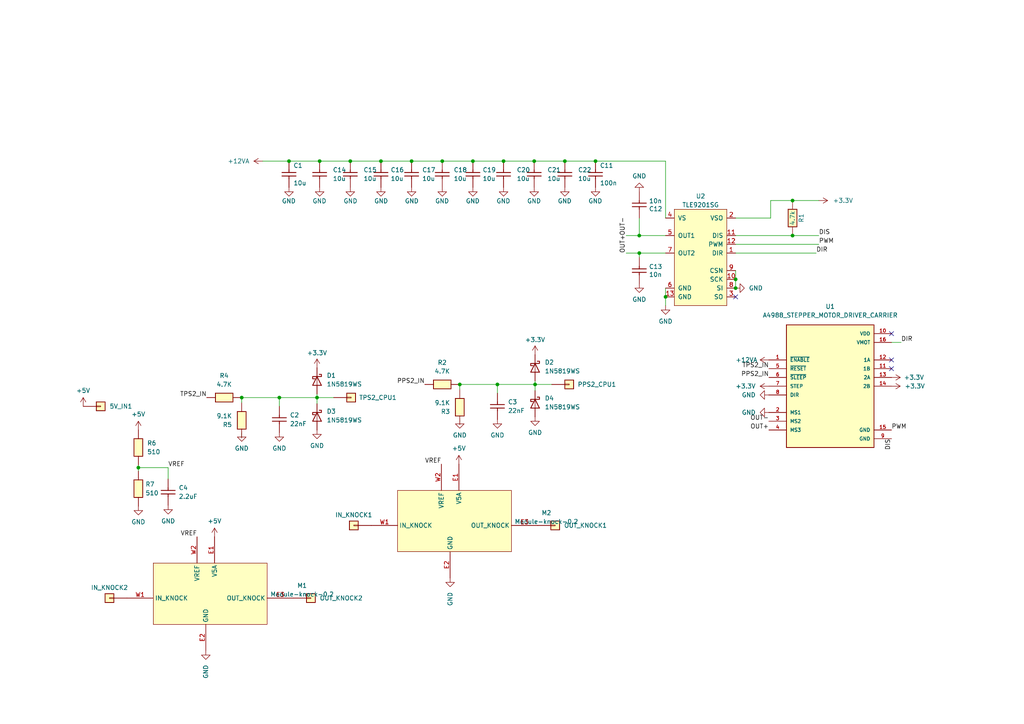
<source format=kicad_sch>
(kicad_sch (version 20230121) (generator eeschema)
  (paper "A4")
  (lib_symbols
    (symbol "Diode:1N5819WS" (pin_numbers hide) (pin_names (offset 1.016) hide)
      (property "Reference" "D" (at 0 2.54 0))
      (property "Value" "1N5819WS" (at 0 -2.54 0))
      (symbol "1N5819WS_0_1"
        (polyline (pts (xy 1.27 0) (xy -1.27 0)))
        (polyline (pts (xy 1.27 1.27) (xy 1.27 -1.27) (xy -1.27 0) (xy 1.27 1.27)) (stroke (width 0.254)))
        (polyline (pts (xy -1.905 0.635) (xy -1.905 1.27) (xy -1.27 1.27) (xy -1.27 -1.27) (xy -0.635 -1.27) (xy -0.635 -0.635)) (stroke (width 0.254)))
      )
      (symbol "1N5819WS_1_1"
        (pin passive line (at -3.81 0 0) (length 2.54) (name "K") (number "1"))
        (pin passive line (at 3.81 0 180) (length 2.54) (name "A") (number "2"))
      )
    )
    (symbol "chips:TLE9201SG" (pin_names (offset 1.016))
      (property "Reference" "U" (at -1.27 3.81 0))
      (property "Value" "TLE9201SG" (at 2.54 1.27 0))
      (symbol "TLE9201SG_0_1"
        (rectangle (start -2.54 0) (end 12.7 -27.94) (fill (type background)))
      )
      (symbol "TLE9201SG_1_1"
        (pin passive line (at -5.08 -12.7 0) (length 2.54) (name "DIR") (number "1"))
        (pin passive line (at -5.08 -20.32 0) (length 2.54) (name "SCK") (number "10"))
        (pin passive line (at -5.08 -7.62 0) (length 2.54) (name "DIS") (number "11"))
        (pin passive line (at -5.08 -10.16 0) (length 2.54) (name "PWM") (number "12"))
        (pin passive line (at 15.24 -25.4 180) (length 2.54) (name "GND") (number "13"))
        (pin passive line (at -5.08 -2.54 0) (length 2.54) (name "VSO") (number "2"))
        (pin passive line (at -5.08 -25.4 0) (length 2.54) (name "SO") (number "3"))
        (pin passive line (at 15.24 -2.54 180) (length 2.54) (name "VS") (number "4"))
        (pin passive line (at 15.24 -7.62 180) (length 2.54) (name "OUT1") (number "5"))
        (pin passive line (at 15.24 -22.86 180) (length 2.54) (name "GND") (number "6"))
        (pin passive line (at 15.24 -12.7 180) (length 2.54) (name "OUT2") (number "7"))
        (pin passive line (at -5.08 -22.86 0) (length 2.54) (name "SI") (number "8"))
        (pin passive line (at -5.08 -17.78 0) (length 2.54) (name "CSN") (number "9"))
      )
    )
    (symbol "hellen-one-common:Cap" (pin_numbers hide)
      (property "Reference" "C" (at -3.81 2.54 0))
      (property "Value" "Cap" (at -2.54 -1.27 0))
      (symbol "Cap_1_0"
        (polyline (pts (xy -1.27 0) (xy -0.508 0)) (stroke (width 0.254)))
        (polyline (pts (xy -0.508 -2.032) (xy -0.508 2.032)) (stroke (width 0.254)))
        (polyline (pts (xy 0.508 2.032) (xy 0.508 -2.032)) (stroke (width 0.254)))
        (polyline (pts (xy 1.27 0) (xy 0.508 0)) (stroke (width 0.254)))
        (pin passive line (at -3.81 0 0) (length 2.54) (name "") (number "1"))
        (pin passive line (at 3.81 0 180) (length 2.54) (name "") (number "2"))
      )
    )
    (symbol "hellen-one-common:Pad" (pin_numbers hide) (pin_names (offset 1.016) hide)
      (property "Reference" "P" (at 2.54 0 0))
      (symbol "Pad_1_1"
        (rectangle (start -1.27 0.127) (end 0 -0.127) (stroke (width 0.1524)))
        (rectangle (start -1.27 1.27) (end 1.27 -1.27) (stroke (width 0.254)) (fill (type background)))
        (pin passive line (at -5.08 0 0) (length 3.81) (name "Pin_1") (number "1"))
      )
    )
    (symbol "hellen-one-common:Res" (pin_numbers hide)
      (property "Reference" "R" (at 3.81 2.54 0))
      (property "Value" "Res" (at 5.08 -2.54 0))
      (symbol "Res_1_0"
        (rectangle (start 2.54 -1.27) (end 7.62 1.27) (stroke (width 0.254)) (fill (type background)))
        (pin passive line (at 0 0 0) (length 2.54) (name "") (number "1"))
        (pin passive line (at 10.16 0 180) (length 2.54) (name "") (number "2"))
      )
    )
    (symbol "knock:Module-knock-0.2"
      (property "Reference" "M" (at 0 0 0))
      (property "Value" "Module-knock-0.2" (at 0 0 0))
      (symbol "Module-knock-0.2_1_0"
        (rectangle (start 33.02 0) (end 0 -17.78) (fill (type background)))
        (pin passive line (at 17.78 7.62 270) (length 7.62) (name "V5A") (number "E1"))
        (pin passive line (at 15.24 -25.4 90) (length 7.62) (name "GND") (number "E2"))
        (pin passive line (at 40.64 -10.16 180) (length 7.62) (name "OUT_KNOCK") (number "E3"))
        (pin passive line (at -7.62 -10.16 0) (length 7.62) (name "IN_KNOCK") (number "W1"))
        (pin passive line (at 12.7 7.62 270) (length 7.62) (name "VREF") (number "W2"))
      )
    )
    (symbol "power:+12VA" (power) (pin_names (offset 0))
      (property "Value" "+12VA" (at 0 3.556 0))
      (symbol "+12VA_0_1"
        (polyline (pts (xy -0.762 1.27) (xy 0 2.54)))
        (polyline (pts (xy 0 0) (xy 0 2.54)))
        (polyline (pts (xy 0 2.54) (xy 0.762 1.27)))
      )
      (symbol "+12VA_1_1"
        (pin power_in line (at 0 0 90) (length 0) hide (name "+12VA") (number "1"))
      )
    )
    (symbol "power:+3.3V" (power) (pin_names (offset 0))
      (property "Value" "+3.3V" (at 0 3.556 0))
      (symbol "+3.3V_0_1"
        (polyline (pts (xy -0.762 1.27) (xy 0 2.54)))
        (polyline (pts (xy 0 0) (xy 0 2.54)))
        (polyline (pts (xy 0 2.54) (xy 0.762 1.27)))
      )
      (symbol "+3.3V_1_1"
        (pin power_in line (at 0 0 90) (length 0) hide (name "+3.3V") (number "1"))
      )
    )
    (symbol "power:+5V" (power) (pin_names (offset 0))
      (property "Value" "+5V" (at 0 3.556 0))
      (symbol "+5V_0_1"
        (polyline (pts (xy -0.762 1.27) (xy 0 2.54)))
        (polyline (pts (xy 0 0) (xy 0 2.54)))
        (polyline (pts (xy 0 2.54) (xy 0.762 1.27)))
      )
      (symbol "+5V_1_1"
        (pin power_in line (at 0 0 90) (length 0) hide (name "+5V") (number "1"))
      )
    )
    (symbol "power:GND" (power) (pin_names (offset 0))
      (property "Value" "GND" (at 0 -3.81 0))
      (symbol "GND_0_1"
        (polyline (pts (xy 0 0) (xy 0 -1.27) (xy 1.27 -1.27) (xy 0 -2.54) (xy -1.27 -1.27) (xy 0 -1.27)))
      )
      (symbol "GND_1_1"
        (pin power_in line (at 0 0 270) (length 0) hide (name "GND") (number "1"))
      )
    )
    (symbol "test:A4988_STEPPER_MOTOR_DRIVER_CARRIER" (pin_names (offset 1.016))
      (property "Reference" "U1" (at 0 23.114 0))
      (property "Value" "A4988_STEPPER_MOTOR_DRIVER_CARRIER" (at 0 20.574 0))
      (symbol "A4988_STEPPER_MOTOR_DRIVER_CARRIER_0_0"
        (rectangle (start -12.7 -17.78) (end 12.7 17.78) (stroke (width 0.254)) (fill (type background)))
        (pin input line (at -17.78 7.62 0) (length 5.08) (name "~{ENABLE}") (number "1"))
        (pin power_in line (at 17.78 15.24 180) (length 5.08) (name "VDD") (number "10"))
        (pin output line (at 17.78 5.08 180) (length 5.08) (name "1B") (number "11"))
        (pin output line (at 17.78 7.62 180) (length 5.08) (name "1A") (number "12"))
        (pin output line (at 17.78 2.54 180) (length 5.08) (name "2A") (number "13"))
        (pin output line (at 17.78 0 180) (length 5.08) (name "2B") (number "14"))
        (pin power_in line (at 17.78 -12.7 180) (length 5.08) (name "GND") (number "15"))
        (pin power_in line (at 17.78 12.7 180) (length 5.08) (name "VMOT") (number "16"))
        (pin input line (at -17.78 -7.62 0) (length 5.08) (name "MS1") (number "2"))
        (pin input line (at -17.78 -10.16 0) (length 5.08) (name "MS2") (number "3"))
        (pin input line (at -17.78 -12.7 0) (length 5.08) (name "MS3") (number "4"))
        (pin input line (at -17.78 5.08 0) (length 5.08) (name "~{RESET}") (number "5"))
        (pin input line (at -17.78 2.54 0) (length 5.08) (name "~{SLEEP}") (number "6"))
        (pin input line (at -17.78 0 0) (length 5.08) (name "STEP") (number "7"))
        (pin input line (at -17.78 -2.54 0) (length 5.08) (name "DIR") (number "8"))
        (pin power_in line (at 17.78 -15.24 180) (length 5.08) (name "GND") (number "9"))
      )
    )
  )
  (junction (at 213.36 81.026))
  (junction (at 101.6 46.736))
  (junction (at 163.83 46.736))
  (junction (at 229.87 58.166))
  (junction (at 229.87 68.326))
  (junction (at 83.82 46.736))
  (junction (at 91.948 115.316))
  (junction (at 185.42 68.326))
  (junction (at 172.72 46.736))
  (junction (at 92.71 46.736))
  (junction (at 119.38 46.736))
  (junction (at 110.49 46.736))
  (junction (at 185.42 73.406))
  (junction (at 144.272 111.506))
  (junction (at 40.132 135.636))
  (junction (at 155.194 111.506))
  (junction (at 213.36 83.566))
  (junction (at 137.16 46.736))
  (junction (at 146.05 46.736))
  (junction (at 133.35 111.506))
  (junction (at 128.27 46.736))
  (junction (at 81.026 115.316))
  (junction (at 70.104 115.316))
  (junction (at 193.04 86.106))
  (junction (at 154.94 46.736))
  (no_connect (at 213.36 86.106))
  (no_connect (at 258.572 106.934))
  (no_connect (at 258.572 104.394))
  (no_connect (at 258.572 96.774))
  (wire (pts (xy 144.272 111.506) (xy 155.194 111.506)))
  (wire (pts (xy 40.132 134.874) (xy 40.132 135.636)))
  (wire (pts (xy 91.948 115.316) (xy 96.774 115.316)))
  (wire (pts (xy 193.04 68.326) (xy 185.42 68.326)))
  (wire (pts (xy 213.36 63.246) (xy 223.52 63.246)))
  (wire (pts (xy 155.194 111.506) (xy 160.02 111.506)))
  (wire (pts (xy 133.35 113.03) (xy 133.35 111.506)))
  (wire (pts (xy 193.04 83.566) (xy 193.04 86.106)))
  (wire (pts (xy 185.42 73.406) (xy 193.04 73.406)))
  (wire (pts (xy 213.36 70.866) (xy 237.49 70.866)))
  (wire (pts (xy 213.36 78.486) (xy 213.36 81.026)))
  (wire (pts (xy 119.38 46.736) (xy 128.27 46.736)))
  (wire (pts (xy 172.72 46.736) (xy 193.04 46.736)))
  (wire (pts (xy 261.366 99.314) (xy 258.572 99.314)))
  (wire (pts (xy 223.52 58.166) (xy 229.87 58.166)))
  (wire (pts (xy 76.2 46.736) (xy 83.82 46.736)))
  (wire (pts (xy 48.768 135.636) (xy 40.132 135.636)))
  (wire (pts (xy 70.104 116.84) (xy 70.104 115.316)))
  (wire (pts (xy 144.272 111.506) (xy 144.272 114.046)))
  (wire (pts (xy 40.132 135.636) (xy 40.132 136.652)))
  (wire (pts (xy 213.36 68.326) (xy 229.87 68.326)))
  (wire (pts (xy 128.27 46.736) (xy 137.16 46.736)))
  (wire (pts (xy 146.05 46.736) (xy 154.94 46.736)))
  (wire (pts (xy 181.61 73.406) (xy 185.42 73.406)))
  (wire (pts (xy 101.6 46.736) (xy 110.49 46.736)))
  (wire (pts (xy 81.026 115.316) (xy 81.026 117.856)))
  (wire (pts (xy 110.49 46.736) (xy 119.38 46.736)))
  (wire (pts (xy 154.94 46.736) (xy 163.83 46.736)))
  (wire (pts (xy 163.83 46.736) (xy 172.72 46.736)))
  (wire (pts (xy 137.16 46.736) (xy 146.05 46.736)))
  (wire (pts (xy 193.04 46.736) (xy 193.04 63.246)))
  (wire (pts (xy 185.42 68.326) (xy 185.42 63.246)))
  (wire (pts (xy 70.104 115.316) (xy 81.026 115.316)))
  (wire (pts (xy 213.36 81.026) (xy 213.36 83.566)))
  (wire (pts (xy 91.948 115.316) (xy 91.948 117.094)))
  (wire (pts (xy 155.194 111.506) (xy 155.194 110.49)))
  (wire (pts (xy 48.768 138.938) (xy 48.768 135.636)))
  (wire (pts (xy 185.42 68.326) (xy 181.61 68.326)))
  (wire (pts (xy 229.87 58.166) (xy 237.49 58.166)))
  (wire (pts (xy 193.04 86.106) (xy 193.04 88.646)))
  (wire (pts (xy 91.948 115.316) (xy 91.948 114.3)))
  (wire (pts (xy 155.194 111.506) (xy 155.194 113.284)))
  (wire (pts (xy 133.35 111.506) (xy 144.272 111.506)))
  (wire (pts (xy 185.42 73.406) (xy 185.42 74.676)))
  (wire (pts (xy 83.82 46.736) (xy 92.71 46.736)))
  (wire (pts (xy 81.026 115.316) (xy 91.948 115.316)))
  (wire (pts (xy 223.52 63.246) (xy 223.52 58.166)))
  (wire (pts (xy 70.104 127) (xy 70.104 125.476)))
  (wire (pts (xy 133.35 123.19) (xy 133.35 121.666)))
  (wire (pts (xy 92.71 46.736) (xy 101.6 46.736)))
  (wire (pts (xy 229.87 68.326) (xy 237.49 68.326)))
  (wire (pts (xy 213.36 73.406) (xy 236.728 73.406)))
  (label "OUT-" (at 223.012 122.174 180))
  (label "PWM" (at 237.49 70.866 0))
  (label "PPS2_IN" (at 123.19 111.506 180))
  (label "DIS" (at 237.49 68.326 0))
  (label "DIR" (at 236.728 73.406 0))
  (label "PWM" (at 258.572 124.714 0))
  (label "TPS2_IN" (at 59.944 115.316 180))
  (label "OUT+" (at 181.61 73.406 90))
  (label "PPS2_IN" (at 223.012 109.474 180))
  (label "VREF" (at 57.15 155.702 180))
  (label "TPS2_IN" (at 223.012 106.934 180))
  (label "DIS" (at 258.572 127.254 270))
  (label "DIR" (at 261.366 99.314 0))
  (label "VREF" (at 128.016 134.62 180))
  (label "OUT-" (at 181.61 68.326 90))
  (label "OUT+" (at 223.012 124.714 180))
  (label "VREF" (at 48.768 135.636 0))
  (symbol (lib_id "power:GND") (at 137.16 54.356 0) (mirror y) (unit 1)
    (property "Reference" "#PWR07" (effects hide))
    (property "Value" "GND" (at 137.1092 58.2994 0))
  )
  (symbol (lib_id "Diode:1N5819WS") (at 155.194 117.094 270) (unit 1)
    (property "Reference" "D4" (at 157.988 115.5065 90) (effects (justify left)))
    (property "Value" "1N5819WS" (at 157.988 118.0465 90) (effects (justify left)))
    (property "Footprint" "Diode_SMD:D_SOD-323" (effects hide))
    (property "Datasheet" "https://datasheet.lcsc.com/lcsc/2204281430_Guangdong-Hottech-1N5819WS_C191023.pdf" (effects hide))
  )
  (symbol (lib_id "power:GND") (at 110.49 54.356 0) (unit 1)
    (property "Reference" "#PWR04" (effects hide))
    (property "Value" "GND" (at 110.5408 58.2994 0))
  )
  (symbol (lib_id "power:GND") (at 185.42 82.296 0) (mirror y) (unit 1)
    (property "Reference" "#PWR013" (effects hide))
    (property "Value" "GND" (at 185.42 86.8585 0))
  )
  (symbol (lib_id "power:GND") (at 163.83 54.356 0) (mirror y) (unit 1)
    (property "Reference" "#PWR010" (effects hide))
    (property "Value" "GND" (at 163.7792 58.2994 0))
  )
  (symbol (lib_id "hellen-one-common:Res") (at 133.35 111.506 180) (unit 1)
    (property "Reference" "R2" (at 128.27 105.156 0))
    (property "Value" "4.7K" (at 128.27 107.696 0))
    (property "Footprint" "Resistor_SMD:R_0603_1608Metric" (effects hide))
  )
  (symbol (lib_id "power:GND") (at 155.194 120.904 0) (mirror y) (unit 1)
    (property "Reference" "#PWR026" (effects hide))
    (property "Value" "GND" (at 155.194 125.4665 0))
  )
  (symbol (lib_id "power:GND") (at 146.05 54.356 0) (mirror y) (unit 1)
    (property "Reference" "#PWR08" (effects hide))
    (property "Value" "GND" (at 145.9992 58.2994 0))
  )
  (symbol (lib_id "hellen-one-common:Pad") (at 31.75 173.482 180) (unit 1)
    (property "Reference" "IN_KNOCK2" (at 31.75 170.434 0))
    (property "Value" "Pad" (effects hide))
    (property "Footprint" "Connector_Pin:Pin_D0.7mm_L6.5mm_W1.8mm_FlatFork" (effects hide))
  )
  (symbol (lib_id "hellen-one-common:Res") (at 229.87 68.326 90) (unit 1)
    (property "Reference" "R1" (at 232.41 63.246 0))
    (property "Value" "4.7k" (at 229.87 63.246 0))
    (property "Footprint" "Resistor_SMD:R_0603_1608Metric" (effects hide))
    (property "LCSC" "C23162" (effects hide))
  )
  (symbol (lib_id "hellen-one-common:Cap") (at 48.768 142.748 90) (unit 1)
    (property "Reference" "C4" (at 51.816 141.478 90) (effects (justify right)))
    (property "Value" "2.2uF" (at 51.816 144.018 90) (effects (justify right)))
    (property "Footprint" "Capacitor_SMD:C_0603_1608Metric" (effects hide))
  )
  (symbol (lib_id "hellen-one-common:Cap") (at 163.83 50.546 90) (unit 1)
    (property "Reference" "C22" (at 167.64 49.276 90) (effects (justify right)))
    (property "Value" "10u" (at 167.64 51.816 90) (effects (justify right)))
    (property "Footprint" "Capacitor_SMD:C_0805_2012Metric" (effects hide))
    (property "LCSC" "C15850" (effects hide))
  )
  (symbol (lib_id "hellen-one-common:Res") (at 40.132 136.652 270) (unit 1)
    (property "Reference" "R7" (at 42.164 140.462 90) (effects (justify left)))
    (property "Value" "510" (at 42.164 143.002 90) (effects (justify left)))
    (property "Footprint" "Resistor_SMD:R_0603_1608Metric" (effects hide))
  )
  (symbol (lib_id "hellen-one-common:Cap") (at 92.71 50.546 90) (unit 1)
    (property "Reference" "C14" (at 96.52 49.276 90) (effects (justify right)))
    (property "Value" "10u" (at 96.52 51.816 90) (effects (justify right)))
    (property "Footprint" "Capacitor_SMD:C_0805_2012Metric" (effects hide))
    (property "LCSC" "C15850" (effects hide))
  )
  (symbol (lib_id "power:+5V") (at 62.23 155.702 0) (unit 1)
    (property "Reference" "#PWR043" (effects hide))
    (property "Value" "+5V" (at 62.23 151.13 0))
  )
  (symbol (lib_id "power:GND") (at 223.012 114.554 270) (unit 1)
    (property "Reference" "#PWR021" (effects hide))
    (property "Value" "GND" (at 219.202 114.554 90) (effects (justify right)))
  )
  (symbol (lib_id "power:+12VA") (at 76.2 46.736 90) (unit 1)
    (property "Reference" "#PWR018" (effects hide))
    (property "Value" "+12VA" (at 72.39 46.736 90) (effects (justify left)))
  )
  (symbol (lib_id "hellen-one-common:Pad") (at 161.036 152.4 0) (unit 1)
    (property "Reference" "OUT_KNOCK1" (at 163.576 152.4 0) (effects (justify left)))
    (property "Value" "Pad" (effects hide))
    (property "Footprint" "Connector_Pin:Pin_D0.7mm_L6.5mm_W1.8mm_FlatFork" (effects hide))
  )
  (symbol (lib_id "power:+5V") (at 133.096 134.62 0) (unit 1)
    (property "Reference" "#PWR037" (effects hide))
    (property "Value" "+5V" (at 133.096 130.048 0))
  )
  (symbol (lib_id "hellen-one-common:Pad") (at 165.1 111.506 0) (unit 1)
    (property "Reference" "PPS2_CPU1" (at 167.5144 111.506 0) (effects (justify left)))
    (property "Value" "Pad" (effects hide))
    (property "Footprint" "Connector_Pin:Pin_D0.7mm_L6.5mm_W1.8mm_FlatFork" (effects hide))
  )
  (symbol (lib_id "power:GND") (at 144.272 121.666 0) (mirror y) (unit 1)
    (property "Reference" "#PWR030" (effects hide))
    (property "Value" "GND" (at 144.272 126.2285 0))
  )
  (symbol (lib_id "hellen-one-common:Res") (at 133.35 123.19 90) (unit 1)
    (property "Reference" "R3" (at 130.556 119.38 90) (effects (justify left)))
    (property "Value" "9.1K" (at 130.556 116.84 90) (effects (justify left)))
    (property "Footprint" "Resistor_SMD:R_0603_1608Metric" (effects hide))
  )
  (symbol (lib_id "hellen-one-common:Pad") (at 29.21 117.856 0) (unit 1)
    (property "Reference" "5V_IN1" (at 31.75 117.856 0) (effects (justify left)))
    (property "Value" "Pad" (effects hide))
    (property "Footprint" "Connector_Pin:Pin_D0.7mm_L6.5mm_W1.8mm_FlatFork" (effects hide))
  )
  (symbol (lib_id "power:+5V") (at 24.13 117.856 0) (unit 1)
    (property "Reference" "#PWR032" (effects hide))
    (property "Value" "+5V" (at 24.13 113.284 0))
  )
  (symbol (lib_id "Diode:1N5819WS") (at 91.948 120.904 270) (unit 1)
    (property "Reference" "D3" (at 94.742 119.3165 90) (effects (justify left)))
    (property "Value" "1N5819WS" (at 94.742 121.8565 90) (effects (justify left)))
    (property "Footprint" "Diode_SMD:D_SOD-323" (effects hide))
    (property "Datasheet" "https://datasheet.lcsc.com/lcsc/2204281430_Guangdong-Hottech-1N5819WS_C191023.pdf" (effects hide))
  )
  (symbol (lib_id "hellen-one-common:Cap") (at 81.026 121.666 90) (unit 1)
    (property "Reference" "C2" (at 84.074 120.396 90) (effects (justify right)))
    (property "Value" "22nF" (at 84.074 122.936 90) (effects (justify right)))
    (property "Footprint" "Capacitor_SMD:C_0603_1608Metric" (effects hide))
  )
  (symbol (lib_id "test:A4988_STEPPER_MOTOR_DRIVER_CARRIER") (at 240.792 112.014 0) (unit 1)
    (property "Reference" "U1" (at 240.792 88.9 0))
    (property "Value" "A4988_STEPPER_MOTOR_DRIVER_CARRIER" (at 240.792 91.44 0))
    (property "Footprint" "test:MODULE_A4988_STEPPER_MOTOR_DRIVER_CARRIER" (effects hide))
    (property "MF" "Pololu" (effects hide))
    (property "DESCRIPTION" "Stepper motor controler; IC: A4988; 1A; Uin mot: 8÷35V" (effects hide))
    (property "PACKAGE" "None" (effects hide))
    (property "PRICE" "None" (effects hide))
    (property "Package" "None" (effects hide))
    (property "Check_prices" "https://www.snapeda.com/parts/A4988%20STEPPER%20MOTOR%20DRIVER%20CARRIER/Pololu/view-part/?ref=eda" (effects hide))
    (property "Price" "None" (effects hide))
    (property "SnapEDA_Link" "https://www.snapeda.com/parts/A4988%20STEPPER%20MOTOR%20DRIVER%20CARRIER/Pololu/view-part/?ref=snap" (effects hide))
    (property "MP" "A4988 STEPPER MOTOR DRIVER CARRIER" (effects hide))
    (property "Availability" "Not in stock" (effects hide))
    (property "AVAILABILITY" "Unavailable" (effects hide))
    (property "Description" "\nStepper Motor Driver\n" (effects hide))
  )
  (symbol (lib_id "power:+3.3V") (at 258.572 109.474 270) (unit 1)
    (property "Reference" "#PWR022" (effects hide))
    (property "Value" "+3.3V" (at 262.128 109.474 90) (effects (justify left)))
  )
  (symbol (lib_id "hellen-one-common:Cap") (at 172.72 50.546 90) (unit 1)
    (property "Reference" "C11" (at 173.99 48.006 90) (effects (justify right)))
    (property "Value" "100n" (at 173.99 53.086 90) (effects (justify right)))
    (property "Footprint" "Capacitor_SMD:C_0603_1608Metric" (effects hide))
    (property "LCSC" "C14663" (effects hide))
  )
  (symbol (lib_id "hellen-one-common:Res") (at 40.132 124.714 270) (unit 1)
    (property "Reference" "R6" (at 42.672 128.524 90) (effects (justify left)))
    (property "Value" "510" (at 42.672 131.064 90) (effects (justify left)))
    (property "Footprint" "Resistor_SMD:R_0603_1608Metric" (effects hide))
  )
  (symbol (lib_id "hellen-one-common:Cap") (at 137.16 50.546 90) (unit 1)
    (property "Reference" "C19" (at 139.954 49.276 90) (effects (justify right)))
    (property "Value" "10u" (at 139.954 51.816 90) (effects (justify right)))
    (property "Footprint" "Capacitor_SMD:C_0805_2012Metric" (effects hide))
    (property "LCSC" "C15850" (effects hide))
  )
  (symbol (lib_id "power:GND") (at 133.35 121.666 0) (mirror y) (unit 1)
    (property "Reference" "#PWR029" (effects hide))
    (property "Value" "GND" (at 133.35 126.238 0))
  )
  (symbol (lib_id "power:+3.3V") (at 237.49 58.166 270) (unit 1)
    (property "Reference" "#PWR020" (effects hide))
    (property "Value" "+3.3V" (at 241.554 58.166 90) (effects (justify left)))
  )
  (symbol (lib_id "Diode:1N5819WS") (at 91.948 110.49 270) (unit 1)
    (property "Reference" "D1" (at 94.742 108.9025 90) (effects (justify left)))
    (property "Value" "1N5819WS" (at 94.742 111.4425 90) (effects (justify left)))
    (property "Footprint" "Diode_SMD:D_SOD-323" (effects hide))
    (property "Datasheet" "https://datasheet.lcsc.com/lcsc/2204281430_Guangdong-Hottech-1N5819WS_C191023.pdf" (effects hide))
  )
  (symbol (lib_id "hellen-one-common:Cap") (at 119.38 50.546 90) (unit 1)
    (property "Reference" "C17" (at 122.428 49.276 90) (effects (justify right)))
    (property "Value" "10u" (at 122.428 51.816 90) (effects (justify right)))
    (property "Footprint" "Capacitor_SMD:C_0805_2012Metric" (effects hide))
    (property "LCSC" "C15850" (effects hide))
  )
  (symbol (lib_id "power:+3.3V") (at 155.194 102.87 0) (unit 1)
    (property "Reference" "#PWR024" (effects hide))
    (property "Value" "+3.3V" (at 155.194 98.552 0))
  )
  (symbol (lib_id "power:GND") (at 128.27 54.356 0) (mirror y) (unit 1)
    (property "Reference" "#PWR06" (effects hide))
    (property "Value" "GND" (at 128.2192 58.2994 0))
  )
  (symbol (lib_id "knock:Module-knock-0.2") (at 44.45 163.322 0) (unit 1)
    (property "Reference" "M1" (at 87.63 169.8341 0))
    (property "Value" "Module-knock-0.2" (at 87.63 172.3741 0))
    (property "Footprint" "test:knock" (effects hide))
  )
  (symbol (lib_id "power:GND") (at 59.69 188.722 0) (mirror y) (unit 1)
    (property "Reference" "#PWR044" (effects hide))
    (property "Value" "GND" (at 59.69 192.786 90) (effects (justify right)))
  )
  (symbol (lib_id "hellen-one-common:Cap") (at 83.82 50.546 90) (unit 1)
    (property "Reference" "C1" (at 85.09 48.006 90) (effects (justify right)))
    (property "Value" "10u" (at 85.09 53.086 90) (effects (justify right)))
    (property "Footprint" "Capacitor_SMD:C_0805_2012Metric" (effects hide))
    (property "LCSC" "C15850" (effects hide))
  )
  (symbol (lib_id "power:+12VA") (at 223.012 104.394 90) (unit 1)
    (property "Reference" "#PWR019" (effects hide))
    (property "Value" "+12VA" (at 219.71 104.394 90) (effects (justify left)))
  )
  (symbol (lib_id "power:GND") (at 119.38 54.356 0) (unit 1)
    (property "Reference" "#PWR05" (effects hide))
    (property "Value" "GND" (at 119.4308 58.2994 0))
  )
  (symbol (lib_id "power:GND") (at 70.104 125.476 0) (mirror y) (unit 1)
    (property "Reference" "#PWR025" (effects hide))
    (property "Value" "GND" (at 70.104 130.048 0))
  )
  (symbol (lib_id "power:GND") (at 130.556 167.64 0) (mirror y) (unit 1)
    (property "Reference" "#PWR036" (effects hide))
    (property "Value" "GND" (at 130.556 171.704 90) (effects (justify right)))
  )
  (symbol (lib_id "power:GND") (at 101.6 54.356 0) (unit 1)
    (property "Reference" "#PWR03" (effects hide))
    (property "Value" "GND" (at 101.6508 58.2994 0))
  )
  (symbol (lib_id "chips:TLE9201SG") (at 208.28 60.706 0) (mirror y) (unit 1)
    (property "Reference" "U2" (at 203.2 56.896 0))
    (property "Value" "TLE9201SG" (at 203.2 59.436 0))
    (property "Footprint" "Package_SO:Infineon_PG-DSO-12-11" (effects hide))
    (property "LCSC" "C112633" (effects hide))
  )
  (symbol (lib_id "hellen-one-common:Pad") (at 90.17 173.482 0) (unit 1)
    (property "Reference" "OUT_KNOCK2" (at 92.71 173.482 0) (effects (justify left)))
    (property "Value" "Pad" (effects hide))
    (property "Footprint" "Connector_Pin:Pin_D0.7mm_L6.5mm_W1.8mm_FlatFork" (effects hide))
  )
  (symbol (lib_id "power:GND") (at 154.94 54.356 0) (mirror y) (unit 1)
    (property "Reference" "#PWR09" (effects hide))
    (property "Value" "GND" (at 154.8892 58.2994 0))
  )
  (symbol (lib_id "power:GND") (at 213.36 83.566 90) (mirror x) (unit 1)
    (property "Reference" "#PWR015" (effects hide))
    (property "Value" "GND" (at 217.17 83.566 90) (effects (justify right)))
  )
  (symbol (lib_id "hellen-one-common:Cap") (at 185.42 78.486 90) (unit 1)
    (property "Reference" "C13" (at 188.2141 77.3366 90) (effects (justify right)))
    (property "Value" "10n" (at 188.2141 79.6353 90) (effects (justify right)))
    (property "Footprint" "Capacitor_SMD:C_0603_1608Metric" (effects hide))
    (property "LCSC" "C57112" (effects hide))
  )
  (symbol (lib_id "power:GND") (at 91.948 124.714 0) (mirror y) (unit 1)
    (property "Reference" "#PWR031" (effects hide))
    (property "Value" "GND" (at 91.948 129.2765 0))
  )
  (symbol (lib_id "hellen-one-common:Res") (at 70.104 115.316 180) (unit 1)
    (property "Reference" "R4" (at 65.024 108.966 0))
    (property "Value" "4.7K" (at 65.024 111.506 0))
    (property "Footprint" "Resistor_SMD:R_0603_1608Metric" (effects hide))
  )
  (symbol (lib_id "power:+5V") (at 40.132 124.714 0) (unit 1)
    (property "Reference" "#PWR034" (effects hide))
    (property "Value" "+5V" (at 40.132 120.142 0))
  )
  (symbol (lib_id "power:GND") (at 193.04 88.646 0) (mirror y) (unit 1)
    (property "Reference" "#PWR014" (effects hide))
    (property "Value" "GND" (at 193.04 93.2085 0))
  )
  (symbol (lib_id "hellen-one-common:Cap") (at 144.272 117.856 90) (unit 1)
    (property "Reference" "C3" (at 147.32 116.586 90) (effects (justify right)))
    (property "Value" "22nF" (at 147.32 119.126 90) (effects (justify right)))
    (property "Footprint" "Capacitor_SMD:C_0603_1608Metric" (effects hide))
  )
  (symbol (lib_id "hellen-one-common:Res") (at 70.104 127 90) (unit 1)
    (property "Reference" "R5" (at 67.31 123.19 90) (effects (justify left)))
    (property "Value" "9.1K" (at 67.31 120.65 90) (effects (justify left)))
    (property "Footprint" "Resistor_SMD:R_0603_1608Metric" (effects hide))
  )
  (symbol (lib_id "hellen-one-common:Cap") (at 185.42 59.436 90) (mirror x) (unit 1)
    (property "Reference" "C12" (at 188.2141 60.5854 90) (effects (justify right)))
    (property "Value" "10n" (at 188.2141 58.2867 90) (effects (justify right)))
    (property "Footprint" "Capacitor_SMD:C_0603_1608Metric" (effects hide))
    (property "LCSC" "C57112" (effects hide))
  )
  (symbol (lib_id "power:+3.3V") (at 91.948 106.68 0) (unit 1)
    (property "Reference" "#PWR028" (effects hide))
    (property "Value" "+3.3V" (at 91.948 102.362 0))
  )
  (symbol (lib_id "power:GND") (at 172.72 54.356 0) (mirror y) (unit 1)
    (property "Reference" "#PWR011" (effects hide))
    (property "Value" "GND" (at 172.6692 58.2994 0))
  )
  (symbol (lib_id "knock:Module-knock-0.2") (at 115.316 142.24 0) (unit 1)
    (property "Reference" "M2" (at 158.496 148.7521 0))
    (property "Value" "Module-knock-0.2" (at 158.496 151.2921 0))
    (property "Footprint" "test:knock" (effects hide))
  )
  (symbol (lib_id "power:GND") (at 83.82 54.356 0) (mirror y) (unit 1)
    (property "Reference" "#PWR01" (effects hide))
    (property "Value" "GND" (at 83.7692 58.2994 0))
  )
  (symbol (lib_id "hellen-one-common:Cap") (at 154.94 50.546 90) (unit 1)
    (property "Reference" "C21" (at 158.75 49.276 90) (effects (justify right)))
    (property "Value" "10u" (at 158.75 51.816 90) (effects (justify right)))
    (property "Footprint" "Capacitor_SMD:C_0805_2012Metric" (effects hide))
    (property "LCSC" "C15850" (effects hide))
  )
  (symbol (lib_id "power:GND") (at 40.132 146.812 0) (mirror y) (unit 1)
    (property "Reference" "#PWR033" (effects hide))
    (property "Value" "GND" (at 40.132 151.384 0))
  )
  (symbol (lib_id "hellen-one-common:Cap") (at 101.6 50.546 90) (unit 1)
    (property "Reference" "C15" (at 105.41 49.276 90) (effects (justify right)))
    (property "Value" "10u" (at 105.41 51.816 90) (effects (justify right)))
    (property "Footprint" "Capacitor_SMD:C_0805_2012Metric" (effects hide))
    (property "LCSC" "C15850" (effects hide))
  )
  (symbol (lib_id "power:GND") (at 48.768 146.558 0) (mirror y) (unit 1)
    (property "Reference" "#PWR035" (effects hide))
    (property "Value" "GND" (at 48.768 151.13 0))
  )
  (symbol (lib_id "power:GND") (at 81.026 125.476 0) (mirror y) (unit 1)
    (property "Reference" "#PWR027" (effects hide))
    (property "Value" "GND" (at 81.026 130.0385 0))
  )
  (symbol (lib_id "power:GND") (at 92.71 54.356 0) (mirror y) (unit 1)
    (property "Reference" "#PWR02" (effects hide))
    (property "Value" "GND" (at 92.6592 58.2994 0))
  )
  (symbol (lib_id "hellen-one-common:Cap") (at 110.49 50.546 90) (unit 1)
    (property "Reference" "C16" (at 113.284 49.276 90) (effects (justify right)))
    (property "Value" "10u" (at 113.284 51.816 90) (effects (justify right)))
    (property "Footprint" "Capacitor_SMD:C_0805_2012Metric" (effects hide))
    (property "LCSC" "C15850" (effects hide))
  )
  (symbol (lib_id "power:GND") (at 223.012 119.634 270) (unit 1)
    (property "Reference" "#PWR016" (effects hide))
    (property "Value" "GND" (at 219.202 119.634 90) (effects (justify right)))
  )
  (symbol (lib_id "hellen-one-common:Pad") (at 102.616 152.4 180) (unit 1)
    (property "Reference" "IN_KNOCK1" (at 102.616 149.352 0))
    (property "Value" "Pad" (effects hide))
    (property "Footprint" "Connector_Pin:Pin_D0.7mm_L6.5mm_W1.8mm_FlatFork" (effects hide))
  )
  (symbol (lib_id "hellen-one-common:Pad") (at 101.854 115.316 0) (unit 1)
    (property "Reference" "TPS2_CPU1" (at 104.14 115.316 0) (effects (justify left)))
    (property "Value" "Pad" (effects hide))
    (property "Footprint" "Connector_Pin:Pin_D0.7mm_L6.5mm_W1.8mm_FlatFork" (effects hide))
  )
  (symbol (lib_id "hellen-one-common:Cap") (at 128.27 50.546 90) (unit 1)
    (property "Reference" "C18" (at 131.572 49.276 90) (effects (justify right)))
    (property "Value" "10u" (at 131.572 51.816 90) (effects (justify right)))
    (property "Footprint" "Capacitor_SMD:C_0805_2012Metric" (effects hide))
    (property "LCSC" "C15850" (effects hide))
  )
  (symbol (lib_id "hellen-one-common:Cap") (at 146.05 50.546 90) (unit 1)
    (property "Reference" "C20" (at 149.86 49.276 90) (effects (justify right)))
    (property "Value" "10u" (at 149.86 51.816 90) (effects (justify right)))
    (property "Footprint" "Capacitor_SMD:C_0805_2012Metric" (effects hide))
    (property "LCSC" "C15850" (effects hide))
  )
  (symbol (lib_id "power:+3.3V") (at 223.012 112.014 90) (unit 1)
    (property "Reference" "#PWR017" (effects hide))
    (property "Value" "+3.3V" (at 219.202 112.014 90) (effects (justify left)))
  )
  (symbol (lib_id "power:+3.3V") (at 258.572 112.014 270) (unit 1)
    (property "Reference" "#PWR023" (effects hide))
    (property "Value" "+3.3V" (at 262.382 112.014 90) (effects (justify left)))
  )
  (symbol (lib_id "Diode:1N5819WS") (at 155.194 106.68 270) (unit 1)
    (property "Reference" "D2" (at 157.988 105.0925 90) (effects (justify left)))
    (property "Value" "1N5819WS" (at 157.988 107.6325 90) (effects (justify left)))
    (property "Footprint" "Diode_SMD:D_SOD-323" (effects hide))
    (property "Datasheet" "https://datasheet.lcsc.com/lcsc/2204281430_Guangdong-Hottech-1N5819WS_C191023.pdf" (effects hide))
  )
  (symbol (lib_id "power:GND") (at 185.42 55.626 180) (unit 1)
    (property "Reference" "#PWR012" (effects hide))
    (property "Value" "GND" (at 185.42 51.0635 0))
  )
)
</source>
